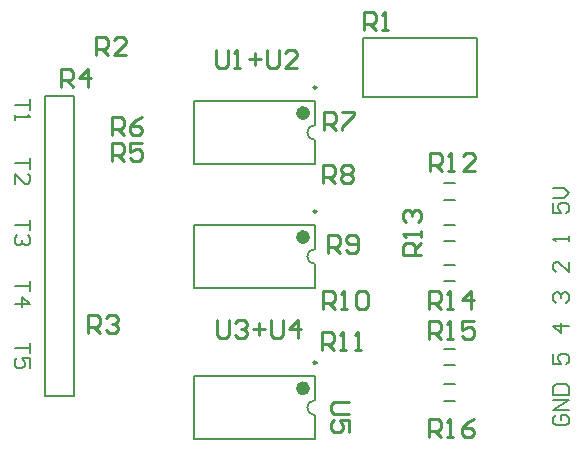
<source format=gto>
G04 Layer_Color=15132400*
%FSAX42Y42*%
%MOMM*%
G71*
G01*
G75*
%ADD12C,0.25*%
%ADD20C,0.60*%
%ADD21C,0.25*%
%ADD22C,0.20*%
%ADD23C,0.13*%
%ADD24C,0.15*%
D12*
X007510Y008542D02*
Y008415D01*
X007535Y008390D01*
X007586D01*
X007612Y008415D01*
Y008542D01*
X007662Y008390D02*
X007713D01*
X007688D01*
Y008542D01*
X007662Y008517D01*
X007789Y008466D02*
X007891D01*
X007840Y008517D02*
Y008415D01*
X007942Y008542D02*
Y008415D01*
X007967Y008390D01*
X008018D01*
X008043Y008415D01*
Y008542D01*
X008196Y008390D02*
X008094D01*
X008196Y008492D01*
Y008517D01*
X008170Y008542D01*
X008119D01*
X008094Y008517D01*
X008642Y005560D02*
X008515D01*
X008490Y005535D01*
Y005484D01*
X008515Y005458D01*
X008642D01*
Y005306D02*
Y005408D01*
X008566D01*
X008592Y005357D01*
Y005331D01*
X008566Y005306D01*
X008515D01*
X008490Y005331D01*
Y005382D01*
X008515Y005408D01*
X007520Y006252D02*
Y006125D01*
X007545Y006100D01*
X007596D01*
X007622Y006125D01*
Y006252D01*
X007672Y006227D02*
X007698Y006252D01*
X007749D01*
X007774Y006227D01*
Y006202D01*
X007749Y006176D01*
X007723D01*
X007749D01*
X007774Y006151D01*
Y006125D01*
X007749Y006100D01*
X007698D01*
X007672Y006125D01*
X007825Y006176D02*
X007926D01*
X007875Y006227D02*
Y006125D01*
X007977Y006252D02*
Y006125D01*
X008002Y006100D01*
X008053D01*
X008079Y006125D01*
Y006252D01*
X008206Y006100D02*
Y006252D01*
X008129Y006176D01*
X008231D01*
X008770Y008710D02*
Y008862D01*
X008846D01*
X008872Y008837D01*
Y008786D01*
X008846Y008761D01*
X008770D01*
X008821D02*
X008872Y008710D01*
X008922D02*
X008973D01*
X008948D01*
Y008862D01*
X008922Y008837D01*
X006500Y008500D02*
Y008652D01*
X006576D01*
X006602Y008627D01*
Y008576D01*
X006576Y008551D01*
X006500D01*
X006551D02*
X006602Y008500D01*
X006754D02*
X006652D01*
X006754Y008602D01*
Y008627D01*
X006729Y008652D01*
X006678D01*
X006652Y008627D01*
X006430Y006140D02*
Y006292D01*
X006506D01*
X006532Y006267D01*
Y006216D01*
X006506Y006191D01*
X006430D01*
X006481D02*
X006532Y006140D01*
X006582Y006267D02*
X006608Y006292D01*
X006659D01*
X006684Y006267D01*
Y006242D01*
X006659Y006216D01*
X006633D01*
X006659D01*
X006684Y006191D01*
Y006165D01*
X006659Y006140D01*
X006608D01*
X006582Y006165D01*
X006200Y008230D02*
Y008382D01*
X006276D01*
X006302Y008357D01*
Y008306D01*
X006276Y008281D01*
X006200D01*
X006251D02*
X006302Y008230D01*
X006429D02*
Y008382D01*
X006352Y008306D01*
X006454D01*
X006630Y007600D02*
Y007752D01*
X006706D01*
X006732Y007727D01*
Y007676D01*
X006706Y007651D01*
X006630D01*
X006681D02*
X006732Y007600D01*
X006884Y007752D02*
X006782D01*
Y007676D01*
X006833Y007702D01*
X006859D01*
X006884Y007676D01*
Y007625D01*
X006859Y007600D01*
X006808D01*
X006782Y007625D01*
X006630Y007820D02*
Y007972D01*
X006706D01*
X006732Y007947D01*
Y007896D01*
X006706Y007871D01*
X006630D01*
X006681D02*
X006732Y007820D01*
X006884Y007972D02*
X006833Y007947D01*
X006782Y007896D01*
Y007845D01*
X006808Y007820D01*
X006859D01*
X006884Y007845D01*
Y007871D01*
X006859Y007896D01*
X006782D01*
X008430Y007860D02*
Y008012D01*
X008506D01*
X008532Y007987D01*
Y007936D01*
X008506Y007911D01*
X008430D01*
X008481D02*
X008532Y007860D01*
X008582Y008012D02*
X008684D01*
Y007987D01*
X008582Y007885D01*
Y007860D01*
X008420Y007410D02*
Y007562D01*
X008496D01*
X008522Y007537D01*
Y007486D01*
X008496Y007461D01*
X008420D01*
X008471D02*
X008522Y007410D01*
X008572Y007537D02*
X008598Y007562D01*
X008649D01*
X008674Y007537D01*
Y007512D01*
X008649Y007486D01*
X008674Y007461D01*
Y007435D01*
X008649Y007410D01*
X008598D01*
X008572Y007435D01*
Y007461D01*
X008598Y007486D01*
X008572Y007512D01*
Y007537D01*
X008598Y007486D02*
X008649D01*
X008460Y006820D02*
Y006972D01*
X008536D01*
X008562Y006947D01*
Y006896D01*
X008536Y006871D01*
X008460D01*
X008511D02*
X008562Y006820D01*
X008612Y006845D02*
X008638Y006820D01*
X008689D01*
X008714Y006845D01*
Y006947D01*
X008689Y006972D01*
X008638D01*
X008612Y006947D01*
Y006922D01*
X008638Y006896D01*
X008714D01*
X008420Y006350D02*
Y006502D01*
X008496D01*
X008522Y006477D01*
Y006426D01*
X008496Y006401D01*
X008420D01*
X008471D02*
X008522Y006350D01*
X008572D02*
X008623D01*
X008598D01*
Y006502D01*
X008572Y006477D01*
X008699D02*
X008725Y006502D01*
X008775D01*
X008801Y006477D01*
Y006375D01*
X008775Y006350D01*
X008725D01*
X008699Y006375D01*
Y006477D01*
X008410Y006000D02*
Y006152D01*
X008486D01*
X008512Y006127D01*
Y006076D01*
X008486Y006051D01*
X008410D01*
X008461D02*
X008512Y006000D01*
X008562D02*
X008613D01*
X008588D01*
Y006152D01*
X008562Y006127D01*
X008689Y006000D02*
X008740D01*
X008715D01*
Y006152D01*
X008689Y006127D01*
X009324Y007514D02*
Y007666D01*
X009400D01*
X009425Y007641D01*
Y007590D01*
X009400Y007565D01*
X009324D01*
X009374D02*
X009425Y007514D01*
X009476D02*
X009527D01*
X009501D01*
Y007666D01*
X009476Y007641D01*
X009705Y007514D02*
X009603D01*
X009705Y007616D01*
Y007641D01*
X009679Y007666D01*
X009628D01*
X009603Y007641D01*
X009250Y006800D02*
X009098D01*
Y006876D01*
X009123Y006902D01*
X009174D01*
X009199Y006876D01*
Y006800D01*
Y006851D02*
X009250Y006902D01*
Y006952D02*
Y007003D01*
Y006978D01*
X009098D01*
X009123Y006952D01*
Y007079D02*
X009098Y007105D01*
Y007155D01*
X009123Y007181D01*
X009148D01*
X009174Y007155D01*
Y007130D01*
Y007155D01*
X009199Y007181D01*
X009225D01*
X009250Y007155D01*
Y007105D01*
X009225Y007079D01*
X009320Y006350D02*
Y006502D01*
X009396D01*
X009422Y006477D01*
Y006426D01*
X009396Y006401D01*
X009320D01*
X009371D02*
X009422Y006350D01*
X009472D02*
X009523D01*
X009498D01*
Y006502D01*
X009472Y006477D01*
X009675Y006350D02*
Y006502D01*
X009599Y006426D01*
X009701D01*
X009320Y006090D02*
Y006242D01*
X009396D01*
X009422Y006217D01*
Y006166D01*
X009396Y006141D01*
X009320D01*
X009371D02*
X009422Y006090D01*
X009472D02*
X009523D01*
X009498D01*
Y006242D01*
X009472Y006217D01*
X009701Y006242D02*
X009599D01*
Y006166D01*
X009650Y006192D01*
X009675D01*
X009701Y006166D01*
Y006115D01*
X009675Y006090D01*
X009625D01*
X009599Y006115D01*
X009320Y005260D02*
Y005412D01*
X009396D01*
X009422Y005387D01*
Y005336D01*
X009396Y005311D01*
X009320D01*
X009371D02*
X009422Y005260D01*
X009472D02*
X009523D01*
X009498D01*
Y005412D01*
X009472Y005387D01*
X009701Y005412D02*
X009650Y005387D01*
X009599Y005336D01*
Y005285D01*
X009625Y005260D01*
X009675D01*
X009701Y005285D01*
Y005311D01*
X009675Y005336D01*
X009599D01*
D20*
X008280Y008005D02*
G03*
X008280Y008005I-000030J000000D01*
G01*
Y006955D02*
G03*
X008280Y006955I-000030J000000D01*
G01*
Y005675D02*
G03*
X008280Y005675I-000030J000000D01*
G01*
D21*
X008364Y008221D02*
G03*
X008364Y008221I-000012J000000D01*
G01*
Y007171D02*
G03*
X008364Y007171I-000012J000000D01*
G01*
Y005891D02*
G03*
X008364Y005891I-000012J000000D01*
G01*
D22*
X008350Y007904D02*
G03*
X008350Y007776I000000J-000063D01*
G01*
Y006854D02*
G03*
X008350Y006726I000000J-000063D01*
G01*
Y005574D02*
G03*
X008350Y005447I000000J-000063D01*
G01*
X007330Y007575D02*
Y008105D01*
X008350Y007575D02*
Y007776D01*
Y007904D02*
Y008105D01*
X007330Y007575D02*
X008350D01*
X007330Y008105D02*
X008350D01*
X007330Y006525D02*
Y007055D01*
X008350Y006525D02*
Y006726D01*
Y006853D02*
Y007055D01*
X007330Y006525D02*
X008350D01*
X007330Y007055D02*
X008350D01*
X007330Y005245D02*
Y005775D01*
X008350Y005245D02*
Y005447D01*
Y005574D02*
Y005775D01*
X007330Y005245D02*
X008350D01*
X007330Y005775D02*
X008350D01*
X009440Y007270D02*
X009540D01*
X009440Y007410D02*
X009540D01*
X006315Y005610D02*
Y008150D01*
X006065Y005610D02*
X006315D01*
X006065D02*
Y008150D01*
X006315D01*
X009440Y005570D02*
X009540D01*
X009440Y005710D02*
X009540D01*
X009440Y005870D02*
X009540D01*
X009440Y006010D02*
X009540D01*
X009440Y006580D02*
X009540D01*
X009440Y006720D02*
X009540D01*
X009440Y006920D02*
X009540D01*
X009440Y007060D02*
X009540D01*
D23*
X009725Y008139D02*
Y008640D01*
X008755Y008139D02*
X009725D01*
X008755D02*
Y008640D01*
X009725D01*
D24*
X005940Y008120D02*
Y008033D01*
Y008077D01*
X005810D01*
Y007990D02*
Y007947D01*
Y007968D01*
X005940D01*
X005918Y007990D01*
X005940Y007622D02*
Y007535D01*
Y007579D01*
X005810D01*
Y007405D02*
Y007492D01*
X005897Y007405D01*
X005918D01*
X005940Y007427D01*
Y007470D01*
X005918Y007492D01*
X005940Y007102D02*
Y007015D01*
Y007059D01*
X005810D01*
X005918Y006972D02*
X005940Y006950D01*
Y006907D01*
X005918Y006885D01*
X005897D01*
X005875Y006907D01*
Y006929D01*
Y006907D01*
X005853Y006885D01*
X005832D01*
X005810Y006907D01*
Y006950D01*
X005832Y006972D01*
X005940Y006582D02*
Y006496D01*
Y006539D01*
X005810D01*
Y006387D02*
X005940D01*
X005875Y006452D01*
Y006366D01*
X005940Y006062D02*
Y005976D01*
Y006019D01*
X005810D01*
X005940Y005846D02*
Y005932D01*
X005875D01*
X005897Y005889D01*
Y005867D01*
X005875Y005846D01*
X005832D01*
X005810Y005867D01*
Y005911D01*
X005832Y005932D01*
X010392Y005447D02*
X010370Y005425D01*
Y005382D01*
X010392Y005360D01*
X010478D01*
X010500Y005382D01*
Y005425D01*
X010478Y005447D01*
X010435D01*
Y005403D01*
X010500Y005490D02*
X010370D01*
X010500Y005577D01*
X010370D01*
Y005620D02*
X010500D01*
Y005685D01*
X010478Y005707D01*
X010392D01*
X010370Y005685D01*
Y005620D01*
Y005966D02*
Y005880D01*
X010435D01*
X010413Y005923D01*
Y005945D01*
X010435Y005966D01*
X010478D01*
X010500Y005945D01*
Y005901D01*
X010478Y005880D01*
X010500Y006205D02*
X010370D01*
X010435Y006140D01*
Y006226D01*
X010392Y006400D02*
X010370Y006421D01*
Y006465D01*
X010392Y006486D01*
X010413D01*
X010435Y006465D01*
Y006443D01*
Y006465D01*
X010457Y006486D01*
X010478D01*
X010500Y006465D01*
Y006421D01*
X010478Y006400D01*
X010500Y006746D02*
Y006660D01*
X010413Y006746D01*
X010392D01*
X010370Y006725D01*
Y006681D01*
X010392Y006660D01*
X010500Y006919D02*
Y006963D01*
Y006941D01*
X010370D01*
X010392Y006919D01*
X010370Y007244D02*
Y007158D01*
X010435D01*
X010413Y007201D01*
Y007223D01*
X010435Y007244D01*
X010478D01*
X010500Y007223D01*
Y007179D01*
X010478Y007158D01*
X010370Y007288D02*
X010457D01*
X010500Y007331D01*
X010457Y007374D01*
X010370D01*
M02*

</source>
